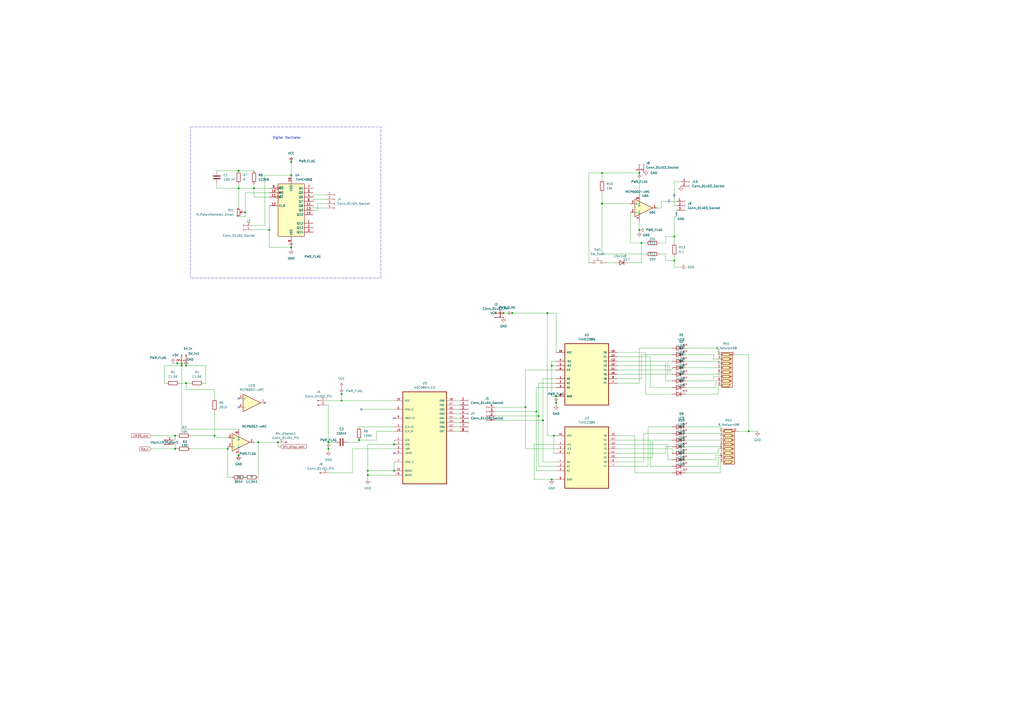
<source format=kicad_sch>
(kicad_sch (version 20231120) (generator "eeschema") (generator_version "8.0")
  (paper "A2")
  (junction (at 190.5 256.54))
  (junction (at 198.12 232.41))
  (junction (at 101.6 252.73))
  (junction (at 102.87 210.82))
  (junction (at 124.46 252.73))
  (junction (at 228.6 273.05))
  (junction (at 317.5 181.61))
  (junction (at 142.24 123.19))
  (junction (at 138.43 264.16))
  (junction (at 391.16 137.16))
  (junction (at 198.12 228.6))
  (junction (at 107.95 222.25))
  (junction (at 292.1 181.61))
  (junction (at 349.25 100.33))
  (junction (at 321.31 252.73))
  (junction (at 320.04 278.13))
  (junction (at 322.58 233.68))
  (junction (at 312.42 241.3))
  (junction (at 434.34 250.19))
  (junction (at 105.41 212.09))
  (junction (at 149.86 256.54))
  (junction (at 391.16 151.13))
  (junction (at 107.95 212.09))
  (junction (at 147.32 109.22))
  (junction (at 168.91 101.6))
  (junction (at 304.8 236.22))
  (junction (at 101.6 260.35))
  (junction (at 370.84 133.35))
  (junction (at 156.21 133.35))
  (junction (at 161.29 256.54))
  (junction (at 168.91 93.98))
  (junction (at 320.04 212.09))
  (junction (at 213.36 273.05))
  (junction (at 311.15 238.76))
  (junction (at 190.5 260.35))
  (junction (at 138.43 109.22))
  (junction (at 314.96 243.84))
  (junction (at 372.11 140.97))
  (junction (at 322.58 229.87))
  (junction (at 213.36 275.59))
  (junction (at 208.28 255.27))
  (junction (at 228.6 257.81))
  (junction (at 297.18 181.61))
  (junction (at 168.91 143.51))
  (junction (at 132.08 260.35))
  (junction (at 105.41 210.82))
  (junction (at 370.84 100.33))
  (junction (at 138.43 99.06))
  (junction (at 349.25 118.11))
  (no_connect (at 228.6 262.89))
  (no_connect (at 138.43 231.14))
  (no_connect (at 138.43 236.22))
  (no_connect (at 153.67 233.68))
  (no_connect (at 228.6 242.57))
  (no_connect (at 209.55 237.49))
  (wire (pts (xy 314.96 219.71) (xy 314.96 243.84)))
  (wire (pts (xy 375.92 270.51) (xy 375.92 247.65)))
  (wire (pts (xy 102.87 210.82) (xy 105.41 210.82)))
  (wire (pts (xy 391.16 105.41) (xy 391.16 119.38)))
  (wire (pts (xy 320.04 229.87) (xy 320.04 212.09)))
  (wire (pts (xy 372.11 152.4) (xy 372.11 140.97)))
  (wire (pts (xy 417.83 259.08) (xy 417.83 257.81)))
  (wire (pts (xy 365.76 123.19) (xy 365.76 140.97)))
  (wire (pts (xy 213.36 273.05) (xy 213.36 275.59)))
  (wire (pts (xy 147.32 256.54) (xy 149.86 256.54)))
  (wire (pts (xy 321.31 252.73) (xy 317.5 252.73)))
  (wire (pts (xy 314.96 243.84) (xy 314.96 267.97)))
  (wire (pts (xy 138.43 109.22) (xy 138.43 120.65)))
  (wire (pts (xy 370.84 133.35) (xy 370.84 134.62)))
  (wire (pts (xy 312.42 222.25) (xy 312.42 241.3)))
  (wire (pts (xy 287.02 243.84) (xy 314.96 243.84)))
  (wire (pts (xy 95.25 222.25) (xy 96.52 222.25)))
  (wire (pts (xy 100.33 210.82) (xy 102.87 210.82)))
  (wire (pts (xy 426.72 205.74) (xy 434.34 205.74)))
  (wire (pts (xy 417.83 247.65) (xy 417.83 250.19)))
  (wire (pts (xy 208.28 256.54) (xy 201.93 256.54)))
  (wire (pts (xy 189.23 115.57) (xy 181.61 115.57)))
  (wire (pts (xy 312.42 270.51) (xy 322.58 270.51)))
  (wire (pts (xy 320.04 212.09) (xy 320.04 209.55)))
  (wire (pts (xy 304.8 214.63) (xy 304.8 236.22)))
  (wire (pts (xy 351.79 152.4) (xy 356.87 152.4)))
  (wire (pts (xy 264.16 232.41) (xy 266.7 232.41)))
  (wire (pts (xy 374.65 228.6) (xy 374.65 204.47)))
  (wire (pts (xy 101.6 260.35) (xy 102.87 260.35)))
  (wire (pts (xy 358.14 265.43) (xy 378.46 265.43)))
  (wire (pts (xy 213.36 275.59) (xy 213.36 278.13)))
  (wire (pts (xy 415.29 264.16) (xy 417.83 264.16)))
  (wire (pts (xy 208.28 247.65) (xy 228.6 247.65)))
  (wire (pts (xy 386.08 209.55) (xy 386.08 220.98)))
  (wire (pts (xy 168.91 142.24) (xy 168.91 143.51)))
  (wire (pts (xy 153.67 130.81) (xy 153.67 101.6)))
  (wire (pts (xy 358.14 219.71) (xy 372.11 219.71)))
  (wire (pts (xy 309.88 257.81) (xy 309.88 278.13)))
  (wire (pts (xy 213.36 257.81) (xy 213.36 273.05)))
  (wire (pts (xy 87.63 252.73) (xy 101.6 252.73)))
  (wire (pts (xy 397.51 228.6) (xy 416.56 228.6)))
  (wire (pts (xy 218.44 250.19) (xy 218.44 255.27)))
  (wire (pts (xy 358.14 214.63) (xy 389.89 214.63)))
  (wire (pts (xy 320.04 278.13) (xy 322.58 278.13)))
  (wire (pts (xy 377.19 255.27) (xy 377.19 270.51)))
  (wire (pts (xy 416.56 217.17) (xy 416.56 215.9)))
  (wire (pts (xy 142.24 111.76) (xy 142.24 123.19)))
  (wire (pts (xy 349.25 104.14) (xy 349.25 100.33)))
  (wire (pts (xy 414.02 218.44) (xy 416.56 218.44)))
  (wire (pts (xy 387.35 266.7) (xy 389.89 266.7)))
  (wire (pts (xy 389.89 260.35) (xy 389.89 262.89)))
  (wire (pts (xy 358.14 212.09) (xy 388.62 212.09)))
  (wire (pts (xy 189.23 120.65) (xy 181.61 120.65)))
  (wire (pts (xy 304.8 236.22) (xy 287.02 236.22)))
  (wire (pts (xy 147.32 109.22) (xy 156.21 109.22)))
  (wire (pts (xy 382.27 140.97) (xy 386.08 140.97)))
  (wire (pts (xy 392.43 121.92) (xy 392.43 125.73)))
  (wire (pts (xy 228.6 232.41) (xy 198.12 232.41)))
  (wire (pts (xy 312.42 241.3) (xy 312.42 270.51)))
  (wire (pts (xy 149.86 256.54) (xy 149.86 276.86)))
  (wire (pts (xy 358.14 222.25) (xy 370.84 222.25)))
  (wire (pts (xy 110.49 260.35) (xy 132.08 260.35)))
  (wire (pts (xy 149.86 256.54) (xy 161.29 256.54)))
  (wire (pts (xy 391.16 151.13) (xy 391.16 154.94)))
  (wire (pts (xy 322.58 222.25) (xy 312.42 222.25)))
  (wire (pts (xy 416.56 260.35) (xy 417.83 260.35)))
  (wire (pts (xy 397.51 270.51) (xy 416.56 270.51)))
  (wire (pts (xy 146.05 133.35) (xy 156.21 133.35)))
  (wire (pts (xy 204.47 260.35) (xy 204.47 274.32)))
  (wire (pts (xy 320.04 209.55) (xy 322.58 209.55)))
  (wire (pts (xy 358.14 267.97) (xy 373.38 267.97)))
  (wire (pts (xy 322.58 181.61) (xy 317.5 181.61)))
  (wire (pts (xy 372.11 205.74) (xy 389.89 205.74)))
  (wire (pts (xy 391.16 119.38) (xy 392.43 119.38)))
  (wire (pts (xy 119.38 212.09) (xy 107.95 212.09)))
  (wire (pts (xy 397.51 213.36) (xy 416.56 213.36)))
  (wire (pts (xy 382.27 147.32) (xy 386.08 147.32)))
  (wire (pts (xy 218.44 255.27) (xy 208.28 255.27)))
  (wire (pts (xy 386.08 220.98) (xy 389.89 220.98)))
  (wire (pts (xy 373.38 251.46) (xy 389.89 251.46)))
  (wire (pts (xy 264.16 242.57) (xy 266.7 242.57)))
  (wire (pts (xy 322.58 234.95) (xy 322.58 233.68)))
  (wire (pts (xy 105.41 248.92) (xy 138.43 248.92)))
  (wire (pts (xy 322.58 252.73) (xy 321.31 252.73)))
  (wire (pts (xy 349.25 111.76) (xy 349.25 118.11)))
  (wire (pts (xy 434.34 250.19) (xy 439.42 250.19)))
  (wire (pts (xy 416.56 201.93) (xy 416.56 205.74)))
  (wire (pts (xy 378.46 255.27) (xy 389.89 255.27)))
  (wire (pts (xy 153.67 101.6) (xy 168.91 101.6)))
  (wire (pts (xy 147.32 114.3) (xy 156.21 114.3)))
  (wire (pts (xy 391.16 105.41) (xy 394.97 105.41)))
  (wire (pts (xy 142.24 123.19) (xy 142.24 125.73)))
  (wire (pts (xy 377.19 207.01) (xy 377.19 224.79)))
  (wire (pts (xy 138.43 109.22) (xy 147.32 109.22)))
  (wire (pts (xy 414.02 220.98) (xy 414.02 218.44)))
  (wire (pts (xy 417.83 264.16) (xy 417.83 262.89)))
  (wire (pts (xy 105.41 210.82) (xy 105.41 212.09)))
  (wire (pts (xy 189.23 118.11) (xy 184.15 118.11)))
  (wire (pts (xy 100.33 257.81) (xy 101.6 257.81)))
  (wire (pts (xy 95.25 212.09) (xy 95.25 222.25)))
  (wire (pts (xy 309.88 278.13) (xy 320.04 278.13)))
  (wire (pts (xy 349.25 100.33) (xy 370.84 100.33)))
  (wire (pts (xy 264.16 250.19) (xy 266.7 250.19)))
  (wire (pts (xy 386.08 147.32) (xy 386.08 151.13)))
  (wire (pts (xy 125.73 109.22) (xy 138.43 109.22)))
  (wire (pts (xy 321.31 252.73) (xy 321.31 262.89)))
  (wire (pts (xy 156.21 143.51) (xy 168.91 143.51)))
  (wire (pts (xy 287.02 241.3) (xy 312.42 241.3)))
  (wire (pts (xy 156.21 119.38) (xy 156.21 133.35)))
  (wire (pts (xy 358.14 252.73) (xy 368.3 252.73)))
  (wire (pts (xy 194.31 256.54) (xy 190.5 256.54)))
  (wire (pts (xy 213.36 273.05) (xy 228.6 273.05)))
  (wire (pts (xy 132.08 260.35) (xy 132.08 276.86)))
  (wire (pts (xy 314.96 267.97) (xy 322.58 267.97)))
  (wire (pts (xy 387.35 257.81) (xy 387.35 266.7)))
  (wire (pts (xy 161.29 259.08) (xy 162.56 259.08)))
  (wire (pts (xy 168.91 143.51) (xy 168.91 144.78)))
  (wire (pts (xy 322.58 257.81) (xy 309.88 257.81)))
  (wire (pts (xy 161.29 259.08) (xy 161.29 256.54)))
  (wire (pts (xy 397.51 205.74) (xy 414.02 205.74)))
  (wire (pts (xy 364.49 152.4) (xy 372.11 152.4)))
  (wire (pts (xy 370.84 201.93) (xy 389.89 201.93)))
  (wire (pts (xy 124.46 231.14) (xy 124.46 226.06)))
  (wire (pts (xy 372.11 140.97) (xy 374.65 140.97)))
  (wire (pts (xy 140.97 123.19) (xy 142.24 123.19)))
  (wire (pts (xy 181.61 115.57) (xy 181.61 116.84)))
  (wire (pts (xy 416.56 228.6) (xy 416.56 223.52)))
  (wire (pts (xy 209.55 237.49) (xy 228.6 237.49)))
  (wire (pts (xy 372.11 219.71) (xy 372.11 205.74)))
  (wire (pts (xy 138.43 99.06) (xy 147.32 99.06)))
  (wire (pts (xy 125.73 99.06) (xy 138.43 99.06)))
  (wire (pts (xy 388.62 217.17) (xy 389.89 217.17)))
  (wire (pts (xy 190.5 256.54) (xy 190.5 260.35)))
  (wire (pts (xy 124.46 238.76) (xy 124.46 252.73)))
  (wire (pts (xy 156.21 133.35) (xy 156.21 143.51)))
  (wire (pts (xy 358.14 260.35) (xy 389.89 260.35)))
  (wire (pts (xy 416.56 209.55) (xy 416.56 210.82)))
  (wire (pts (xy 119.38 212.09) (xy 119.38 222.25)))
  (wire (pts (xy 391.16 125.73) (xy 391.16 137.16)))
  (wire (pts (xy 397.51 224.79) (xy 415.29 224.79)))
  (wire (pts (xy 189.23 234.95) (xy 190.5 234.95)))
  (wire (pts (xy 184.15 118.11) (xy 184.15 121.92)))
  (wire (pts (xy 358.14 209.55) (xy 386.08 209.55)))
  (wire (pts (xy 228.6 250.19) (xy 218.44 250.19)))
  (wire (pts (xy 341.63 100.33) (xy 349.25 100.33)))
  (wire (pts (xy 138.43 125.73) (xy 142.24 125.73)))
  (wire (pts (xy 146.05 130.81) (xy 153.67 130.81)))
  (wire (pts (xy 389.89 214.63) (xy 389.89 213.36)))
  (wire (pts (xy 370.84 128.27) (xy 370.84 133.35)))
  (wire (pts (xy 264.16 240.03) (xy 266.7 240.03)))
  (wire (pts (xy 264.16 247.65) (xy 266.7 247.65)))
  (wire (pts (xy 349.25 147.32) (xy 374.65 147.32)))
  (wire (pts (xy 377.19 224.79) (xy 389.89 224.79)))
  (wire (pts (xy 373.38 267.97) (xy 373.38 251.46)))
  (wire (pts (xy 383.54 116.84) (xy 392.43 116.84)))
  (wire (pts (xy 264.16 237.49) (xy 266.7 237.49)))
  (wire (pts (xy 181.61 113.03) (xy 181.61 114.3)))
  (wire (pts (xy 321.31 262.89) (xy 322.58 262.89)))
  (wire (pts (xy 370.84 100.33) (xy 370.84 113.03)))
  (wire (pts (xy 368.3 274.32) (xy 389.89 274.32)))
  (wire (pts (xy 397.51 255.27) (xy 417.83 255.27)))
  (wire (pts (xy 358.14 255.27) (xy 377.19 255.27)))
  (wire (pts (xy 297.18 181.61) (xy 317.5 181.61)))
  (wire (pts (xy 368.3 252.73) (xy 368.3 274.32)))
  (wire (pts (xy 208.28 255.27) (xy 208.28 256.54)))
  (wire (pts (xy 415.29 220.98) (xy 416.56 220.98)))
  (wire (pts (xy 104.14 222.25) (xy 107.95 222.25)))
  (wire (pts (xy 386.08 262.89) (xy 386.08 259.08)))
  (wire (pts (xy 397.51 259.08) (xy 417.83 259.08)))
  (wire (pts (xy 147.32 109.22) (xy 147.32 114.3)))
  (wire (pts (xy 381 120.65) (xy 383.54 120.65)))
  (wire (pts (xy 358.14 257.81) (xy 387.35 257.81)))
  (wire (pts (xy 95.25 212.09) (xy 105.41 212.09)))
  (wire (pts (xy 377.19 270.51) (xy 389.89 270.51)))
  (wire (pts (xy 190.5 260.35) (xy 190.5 261.62)))
  (wire (pts (xy 287.02 238.76) (xy 311.15 238.76)))
  (wire (pts (xy 132.08 276.86) (xy 134.62 276.86)))
  (wire (pts (xy 397.51 262.89) (xy 416.56 262.89)))
  (wire (pts (xy 320.04 229.87) (xy 322.58 229.87)))
  (wire (pts (xy 341.63 152.4) (xy 341.63 100.33)))
  (wire (pts (xy 349.25 118.11) (xy 365.76 118.11)))
  (wire (pts (xy 213.36 275.59) (xy 228.6 275.59)))
  (wire (pts (xy 311.15 238.76) (xy 311.15 273.05)))
  (wire (pts (xy 365.76 140.97) (xy 372.11 140.97)))
  (wire (pts (xy 190.5 234.95) (xy 190.5 256.54)))
  (wire (pts (xy 107.95 226.06) (xy 124.46 226.06)))
  (wire (pts (xy 378.46 265.43) (xy 378.46 255.27)))
  (wire (pts (xy 416.56 270.51) (xy 416.56 265.43)))
  (wire (pts (xy 105.41 212.09) (xy 105.41 248.92)))
  (wire (pts (xy 358.14 270.51) (xy 375.92 270.51)))
  (wire (pts (xy 358.14 207.01) (xy 377.19 207.01)))
  (wire (pts (xy 386.08 140.97) (xy 386.08 137.16)))
  (wire (pts (xy 228.6 255.27) (xy 228.6 257.81)))
  (wire (pts (xy 124.46 252.73) (xy 124.46 254)))
  (wire (pts (xy 389.89 228.6) (xy 374.65 228.6)))
  (wire (pts (xy 101.6 255.27) (xy 101.6 252.73)))
  (wire (pts (xy 392.43 125.73) (xy 391.16 125.73)))
  (wire (pts (xy 397.51 251.46) (xy 417.83 251.46)))
  (wire (pts (xy 397.51 274.32) (xy 417.83 274.32)))
  (wire (pts (xy 138.43 106.68) (xy 138.43 109.22)))
  (wire (pts (xy 387.35 209.55) (xy 389.89 209.55)))
  (wire (pts (xy 391.16 154.94) (xy 394.97 154.94)))
  (wire (pts (xy 391.16 148.59) (xy 391.16 151.13)))
  (wire (pts (xy 397.51 266.7) (xy 415.29 266.7)))
  (wire (pts (xy 414.02 208.28) (xy 416.56 208.28)))
  (wire (pts (xy 322.58 219.71) (xy 314.96 219.71)))
  (wire (pts (xy 132.08 259.08) (xy 132.08 260.35)))
  (wire (pts (xy 181.61 120.65) (xy 181.61 119.38)))
  (wire (pts (xy 397.51 209.55) (xy 416.56 209.55)))
  (wire (pts (xy 416.56 265.43) (xy 417.83 265.43)))
  (wire (pts (xy 397.51 217.17) (xy 416.56 217.17)))
  (wire (pts (xy 304.8 260.35) (xy 322.58 260.35)))
  (wire (pts (xy 386.08 137.16) (xy 391.16 137.16)))
  (wire (pts (xy 374.65 204.47) (xy 358.14 204.47)))
  (wire (pts (xy 184.15 121.92) (xy 181.61 121.92)))
  (wire (pts (xy 349.25 118.11) (xy 349.25 147.32)))
  (wire (pts (xy 264.16 234.95) (xy 266.7 234.95)))
  (wire (pts (xy 375.92 247.65) (xy 389.89 247.65)))
  (wire (pts (xy 189.23 232.41) (xy 198.12 232.41)))
  (wire (pts (xy 101.6 252.73) (xy 102.87 252.73)))
  (wire (pts (xy 322.58 224.79) (xy 311.15 224.79)))
  (wire (pts (xy 386.08 151.13) (xy 391.16 151.13)))
  (wire (pts (xy 391.16 137.16) (xy 391.16 140.97)))
  (wire (pts (xy 415.29 224.79) (xy 415.29 220.98)))
  (wire (pts (xy 147.32 106.68) (xy 147.32 109.22)))
  (wire (pts (xy 416.56 262.89) (xy 416.56 260.35)))
  (wire (pts (xy 119.38 222.25) (xy 118.11 222.25)))
  (wire (pts (xy 142.24 111.76) (xy 156.21 111.76)))
  (wire (pts (xy 264.16 245.11) (xy 266.7 245.11)))
  (wire (pts (xy 228.6 260.35) (xy 204.47 260.35)))
  (wire (pts (xy 124.46 254) (xy 132.08 254)))
  (wire (pts (xy 415.29 266.7) (xy 415.29 264.16)))
  (wire (pts (xy 434.34 250.19) (xy 427.99 250.19)))
  (wire (pts (xy 414.02 205.74) (xy 414.02 208.28)))
  (wire (pts (xy 107.95 222.25) (xy 107.95 226.06)))
  (wire (pts (xy 304.8 236.22) (xy 304.8 260.35)))
  (wire (pts (xy 317.5 252.73) (xy 317.5 181.61)))
  (wire (pts (xy 168.91 93.98) (xy 168.91 101.6)))
  (wire (pts (xy 322.58 204.47) (xy 322.58 181.61)))
  (wire (pts (xy 358.14 217.17) (xy 387.35 217.17)))
  (wire (pts (xy 417.83 274.32) (xy 417.83 267.97)))
  (wire (pts (xy 87.63 260.35) (xy 101.6 260.35)))
  (wire (pts (xy 311.15 224.79) (xy 311.15 238.76)))
  (wire (pts (xy 198.12 232.41) (xy 198.12 228.6)))
  (wire (pts (xy 417.83 251.46) (xy 417.83 252.73)))
  (wire (pts (xy 101.6 257.81) (xy 101.6 260.35)))
  (wire (pts (xy 386.08 259.08) (xy 389.89 259.08)))
  (wire (pts (xy 100.33 255.27) (xy 101.6 255.27)))
  (wire (pts (xy 383.54 120.65) (xy 383.54 116.84)))
  (wire (pts (xy 370.84 222.25) (xy 370.84 201.93)))
  (wire (pts (xy 228.6 267.97) (xy 228.6 273.05)))
  (wire (pts (xy 189.23 113.03) (xy 181.61 113.03)))
  (wire (pts (xy 107.95 222.25) (xy 110.49 222.25)))
  (wire (pts (xy 110.49 252.73) (xy 124.46 252.73)))
  (wire (pts (xy 322.58 214.63) (xy 304.8 214.63)))
  (wire (pts (xy 125.73 106.68) (xy 125.73 109.22)))
  (wire (pts (xy 228.6 257.81) (xy 213.36 257.81)))
  (wire (pts (xy 434.34 205.74) (xy 434.34 250.19)))
  (wire (pts (xy 387.35 217.17) (xy 387.35 209.55)))
  (wire (pts (xy 311.15 273.05) (xy 322.58 273.05)))
  (wire (pts (xy 358.14 262.89) (xy 386.08 262.89)))
  (wire (pts (xy 107.95 210.82) (xy 107.95 212.09)))
  (wire (pts (xy 198.12 228.6) (xy 198.12 224.79)))
  (wire (pts (xy 397.51 220.98) (xy 414.02 220.98)))
  (wire (pts (xy 292.1 181.61) (xy 297.18 181.61)))
  (wire (pts (xy 204.47 274.32) (xy 190.5 274.32)))
  (wire (pts (xy 397.51 247.65) (xy 417.83 247.65)))
  (wire (pts (xy 322.58 233.68) (xy 322.58 229.87)))
  (wire (pts (xy 388.62 212.09) (xy 388.62 217.17)))
  (wire (pts (xy 320.04 212.09) (xy 322.58 212.09)))
  (wire (pts (xy 397.51 201.93) (xy 416.56 201.93)))
  (rectangle (start 110.49 73.66) (end 220.98 161.29) (stroke (width 0) (type dash)))
  (text "Digital Oscillator" (at 166.37 80.01 0) (effects (font (size 1.27 1.27))))
  (text "G\n" (at 388.112 116.84 0) (effects (font (size 1.27 1.27))))
  (text "S" (at 392.43 124.46 0) (effects (font (size 1.27 1.27))))
  (text "D" (at 391.16 113.538 0) (effects (font (size 1.27 1.27))))
  (global_label "Sp_v" (shape input) (at 87.63 260.35 180) (property "Intersheetrefs" "${INTERSHEET_REFS}" (effects (hide yes))))
  (global_label "Afv_displ_adc" (shape input) (at 162.56 259.08 0) (property "Intersheetrefs" "${INTERSHEET_REFS}" (effects (hide yes))))
  (global_label "LM35_out" (shape input) (at 87.63 252.73 180) (property "Intersheetrefs" "${INTERSHEET_REFS}" (effects (hide yes))))
  (symbol (lib_id "74HC238N:74HC238N") (at 340.36 214.63 0) (unit 1)
    (property "Reference" "U2" (at 340.36 194.31 0))
    (property "Value" "74HC238N" (at 340.36 196.85 0))
    (property "Footprint" "74HC238N:DIP254P762X420-16" (effects (hide yes)))
    (property "MF" "Texas Instruments" (effects (hide yes)))
    (property "Description_1" "\nDecoder/Demultiplexer 1 x 3:8 16-DIP\n" (effects (hide yes)))
    (property "PACKAGE" "DIP-16" (effects (hide yes)))
    (property "MPN" "74HC238N" (effects (hide yes)))
    (property "Price" "None" (effects (hide yes)))
    (property "Package" "SOP-16 Texas Instruments" (effects (hide yes)))
    (property "OC_FARNELL" "380684" (effects (hide yes)))
    (property "SnapEDA_Link" "https://www.snapeda.com/parts/74HC238N/Texas+Instruments/view-part/?ref=snap" (effects (hide yes)))
    (property "MP" "74HC238N" (effects (hide yes)))
    (property "Purchase-URL" "https://www.snapeda.com/api/url_track_click_mouser/?unipart_id=233479&manufacturer=Texas Instruments&part_name=74HC238N&search_term=None" (effects (hide yes)))
    (property "SUPPLIER" "NXP" (effects (hide yes)))
    (property "OC_NEWARK" "07WX3700" (effects (hide yes)))
    (property "Availability" "Not in stock" (effects (hide yes)))
    (property "Check_prices" "https://www.snapeda.com/parts/74HC238N/Texas+Instruments/view-part/?ref=eda" (effects (hide yes)))
  )
  (symbol (lib_id "Connector:Conn_01x02_Socket") (at 400.05 105.41 0) (unit 1)
    (property "Reference" "J10" (at 401.32 105.4099 0) (effects (justify left)))
    (property "Value" "Conn_01x02_Socket" (at 401.32 107.9499 0) (effects (justify left)))
    (property "Footprint" "Connector:JWT_A3963_1x02_P3.96mm_Vertical" (effects (hide yes)))
    (property "Description" "Generic connector, single row, 01x02, script generated" (effects (hide yes)))
  )
  (symbol (lib_id "power:PWR_FLAG") (at 297.18 181.61 90) (unit 1)
    (property "Reference" "#FLG03" (effects (hide yes)))
    (property "Value" "PWR_FLAG" (at 298.958 178.308 90) (effects (justify left)))
    (property "Description" "Special symbol for telling ERC where power comes from" (effects (hide yes)))
  )
  (symbol (lib_id "power:PWR_FLAG") (at 370.84 133.35 270) (unit 1)
    (property "Reference" "#FLG010" (effects (hide yes)))
    (property "Value" "PWR_FLAG" (at 374.65 133.3499 90) (effects (justify left)))
    (property "Description" "Special symbol for telling ERC where power comes from" (effects (hide yes)))
  )
  (symbol (lib_id "Device:R") (at 378.46 140.97 90) (unit 1)
    (property "Reference" "R11" (at 378.46 140.97 90))
    (property "Value" "20k" (at 378.46 138.684 90))
    (property "Footprint" "Resistor_THT:R_Axial_DIN0207_L6.3mm_D2.5mm_P10.16mm_Horizontal" (effects (hide yes)))
    (property "Description" "Resistor" (effects (hide yes)))
  )
  (symbol (lib_id "Connector:Conn_01x04_Socket") (at 281.94 241.3 180) (unit 1)
    (property "Reference" "J1" (at 282.575 231.14 0))
    (property "Value" "Conn_01x04_Socket" (at 282.575 233.68 0))
    (property "Footprint" "Connector:FanPinHeader_1x04_P2.54mm_Vertical" (effects (hide yes)))
    (property "Description" "Generic connector, single row, 01x04, script generated" (effects (hide yes)))
  )
  (symbol (lib_id "Connector:Conn_01x02_Socket") (at 370.84 95.25 90) (unit 1)
    (property "Reference" "J8" (at 374.65 94.6149 90) (effects (justify right)))
    (property "Value" "Conn_01x02_Socket" (at 374.65 97.1549 90) (effects (justify right)))
    (property "Footprint" "Connector:JWT_A3963_1x02_P3.96mm_Vertical" (effects (hide yes)))
    (property "Description" "Generic connector, single row, 01x02, script generated" (effects (hide yes)))
  )
  (symbol (lib_id "Amplifier_Operational:MCP6002-xMC") (at 140.97 256.54 0) (unit 3)
    (property "Reference" "U1" (effects (hide yes)))
    (property "Value" "MCP6002-xMC" (effects (hide yes)))
    (property "Footprint" "Package_DIP:DIP-8_W7.62mm_Socket" (effects (hide yes)))
    (property "Datasheet" "http://ww1.microchip.com/downloads/en/DeviceDoc/21733j.pdf" (effects (hide yes)))
    (property "Description" "1MHz, Low-Power Op Amp, DFN-8" (effects (hide yes)))
  )
  (symbol (lib_id "Device:C") (at 198.12 256.54 90) (unit 1)
    (property "Reference" "C2" (at 198.12 248.92 90))
    (property "Value" "150nF" (at 198.12 251.46 90))
    (property "Footprint" "Capacitor_THT:C_Disc_D7.0mm_W2.5mm_P5.00mm" (effects (hide yes)))
    (property "Description" "Unpolarized capacitor" (effects (hide yes)))
  )
  (symbol (lib_id "Connector:Conn_01x02_Pin") (at 184.15 232.41 0) (unit 1)
    (property "Reference" "J5" (at 184.785 227.33 0))
    (property "Value" "Conn_01x02_Pin" (at 184.785 229.87 0))
    (property "Footprint" "Connector:JWT_A3963_1x02_P3.96mm_Vertical" (effects (hide yes)))
    (property "Description" "Generic connector, single row, 01x02, script generated" (effects (hide yes)))
  )
  (symbol (lib_id "power:GND") (at 394.97 107.95 0) (unit 1)
    (property "Reference" "#PWR016" (effects (hide yes)))
    (property "Value" "GND" (at 394.97 127 0))
    (property "Description" "Power symbol creates a global label with name \"GND\" , ground" (effects (hide yes)))
  )
  (symbol (lib_id "power:GND") (at 213.36 278.13 0) (unit 1)
    (property "Reference" "#PWR013" (effects (hide yes)))
    (property "Value" "GND" (at 213.36 283.21 0))
    (property "Description" "Power symbol creates a global label with name \"GND\" , ground" (effects (hide yes)))
  )
  (symbol (lib_id "Connector:Conn_01x01_Pin") (at 166.37 256.54 180) (unit 1)
    (property "Reference" "Afv_display1" (at 165.735 251.46 0))
    (property "Value" "Conn_01x01_Pin" (at 165.735 254 0))
    (property "Footprint" "Connector_PinHeader_1.00mm:PinHeader_1x01_P1.00mm_Vertical" (effects (hide yes)))
    (property "Description" "Generic connector, single row, 01x01, script generated" (effects (hide yes)))
  )
  (symbol (lib_id "Device:R") (at 106.68 260.35 90) (unit 1)
    (property "Reference" "R3" (at 107.188 256.286 90))
    (property "Value" "10K" (at 107.188 258.318 90))
    (property "Footprint" "Resistor_THT:R_Axial_DIN0204_L3.6mm_D1.6mm_P7.62mm_Horizontal" (effects (hide yes)))
    (property "Description" "Resistor" (effects (hide yes)))
  )
  (symbol (lib_id "power:GND") (at 439.42 250.19 0) (unit 1)
    (property "Reference" "#PWR08" (effects (hide yes)))
    (property "Value" "GND" (at 439.42 255.27 0))
    (property "Description" "Power symbol creates a global label with name \"GND\" , ground" (effects (hide yes)))
  )
  (symbol (lib_id "power:PWR_FLAG") (at 168.91 143.51 0) (unit 1)
    (property "Reference" "#FLG06" (effects (hide yes)))
    (property "Value" "PWR_FLAG" (at 181.356 148.844 0))
    (property "Description" "Special symbol for telling ERC where power comes from" (effects (hide yes)))
  )
  (symbol (lib_id "Connector:Conn_01x08_Socket") (at 271.78 240.03 0) (unit 1)
    (property "Reference" "J7" (at 273.05 240.0299 0) (effects (justify left)))
    (property "Value" "Conn_01x08_Socket" (at 273.05 242.5699 0) (effects (justify left)))
    (property "Footprint" "Connector_JST:JST_EH_B8B-EH-A_1x08_P2.50mm_Vertical" (effects (hide yes)))
    (property "Description" "Generic connector, single row, 01x08, script generated" (effects (hide yes)))
  )
  (symbol (lib_id "Device:LED") (at 393.7 247.65 180) (unit 1)
    (property "Reference" "D9" (at 395.2875 240.03 0))
    (property "Value" "LED" (at 395.2875 242.57 0))
    (property "Footprint" "LED_THT:LED_D1.8mm_W1.8mm_H2.4mm_Horizontal_O1.27mm_Z8.2mm" (effects (hide yes)))
    (property "Description" "Light emitting diode" (effects (hide yes)))
  )
  (symbol (lib_id "Switch:SW_Push") (at 346.71 152.4 0) (unit 1)
    (property "Reference" "SW1" (at 346.71 144.78 0))
    (property "Value" "SW_Push" (at 346.71 147.32 0))
    (property "Footprint" "Button_Switch_THT:KSA_Tactile_SPST" (effects (hide yes)))
    (property "Description" "Push button switch, generic, two pins" (effects (hide yes)))
  )
  (symbol (lib_id "power:VCC") (at 168.91 93.98 0) (unit 1)
    (property "Reference" "#PWR09" (effects (hide yes)))
    (property "Value" "VCC" (at 168.91 88.9 0))
    (property "Description" "Power symbol creates a global label with name \"VCC\"" (effects (hide yes)))
  )
  (symbol (lib_id "Connector:Conn_01x02_Pin") (at 107.95 205.74 270) (unit 1)
    (property "Reference" "5V_in1" (at 109.22 205.1049 90) (effects (justify left)))
    (property "Value" "5V_in" (at 106.426 202.184 90) (effects (justify left)))
    (property "Footprint" "Connector:JWT_A3963_1x02_P3.96mm_Vertical" (effects (hide yes)))
    (property "Description" "Generic connector, single row, 01x02, script generated" (effects (hide yes)))
  )
  (symbol (lib_id "power:+5V") (at 102.87 210.82 0) (unit 1)
    (property "Reference" "#PWR01" (effects (hide yes)))
    (property "Value" "+5V" (at 101.6 205.994 0))
    (property "Description" "Power symbol creates a global label with name \"+5V\"" (effects (hide yes)))
  )
  (symbol (lib_id "Device:R") (at 138.43 276.86 90) (unit 1)
    (property "Reference" "R6" (at 138.684 276.86 90))
    (property "Value" "301K" (at 138.43 279.4 90))
    (property "Footprint" "Resistor_THT:R_Axial_DIN0204_L3.6mm_D1.6mm_P7.62mm_Horizontal" (effects (hide yes)))
    (property "Description" "Resistor" (effects (hide yes)))
  )
  (symbol (lib_id "Device:LED") (at 393.7 266.7 180) (unit 1)
    (property "Reference" "D14" (at 395.2875 259.08 0))
    (property "Value" "LED" (at 395.2875 261.62 0))
    (property "Footprint" "LED_THT:LED_D1.8mm_W1.8mm_H2.4mm_Horizontal_O1.27mm_Z8.2mm" (effects (hide yes)))
    (property "Description" "Light emitting diode" (effects (hide yes)))
  )
  (symbol (lib_id "Device:LED") (at 393.7 270.51 180) (unit 1)
    (property "Reference" "D15" (at 395.2875 262.89 0))
    (property "Value" "LED" (at 395.2875 265.43 0))
    (property "Footprint" "LED_THT:LED_D1.8mm_W1.8mm_H2.4mm_Horizontal_O1.27mm_Z8.2mm" (effects (hide yes)))
    (property "Description" "Light emitting diode" (effects (hide yes)))
  )
  (symbol (lib_id "Device:R") (at 146.05 276.86 90) (unit 1)
    (property "Reference" "11.5K1" (at 146.05 279.4 90))
    (property "Value" "R" (at 146.05 276.606 90))
    (property "Footprint" "Resistor_THT:R_Axial_DIN0204_L3.6mm_D1.6mm_P7.62mm_Horizontal" (effects (hide yes)))
    (property "Description" "Resistor" (effects (hide yes)))
  )
  (symbol (lib_id "Amplifier_Operational:MCP6002-xMC") (at 373.38 120.65 0) (unit 3)
    (property "Reference" "U6" (at 376.428 123.19 0) (effects (justify left)))
    (property "Value" "MCP6002-xMC" (at 362.712 111.252 0) (effects (justify left)))
    (property "Footprint" "Package_DIP:DIP-8_W7.62mm" (effects (hide yes)))
    (property "Datasheet" "http://ww1.microchip.com/downloads/en/DeviceDoc/21733j.pdf" (effects (hide yes)))
    (property "Description" "1MHz, Low-Power Op Amp, DFN-8" (effects (hide yes)))
  )
  (symbol (lib_id "power:GND") (at 168.91 144.78 0) (unit 1)
    (property "Reference" "#PWR010" (effects (hide yes)))
    (property "Value" "GND" (at 168.91 149.86 0))
    (property "Description" "Power symbol creates a global label with name \"GND\" , ground" (effects (hide yes)))
  )
  (symbol (lib_id "Device:R") (at 106.68 252.73 90) (unit 1)
    (property "Reference" "R2" (at 106.934 247.904 90))
    (property "Value" "10K" (at 106.934 250.444 90))
    (property "Footprint" "Resistor_THT:R_Axial_DIN0204_L3.6mm_D1.6mm_P7.62mm_Horizontal" (effects (hide yes)))
    (property "Description" "Resistor" (effects (hide yes)))
  )
  (symbol (lib_id "Device:LED") (at 393.7 209.55 180) (unit 1)
    (property "Reference" "D3" (at 395.2875 201.93 0))
    (property "Value" "LED" (at 395.2875 204.47 0))
    (property "Footprint" "LED_THT:LED_D1.8mm_W1.8mm_H2.4mm_Horizontal_O1.27mm_Z8.2mm" (effects (hide yes)))
    (property "Description" "Light emitting diode" (effects (hide yes)))
  )
  (symbol (lib_id "Device:R_Network08") (at 422.91 260.35 270) (unit 1)
    (property "Reference" "RN2" (at 422.656 243.84 90))
    (property "Value" "R_Network08" (at 422.656 246.38 90))
    (property "Footprint" "Resistor_THT:R_Array_SIP9" (effects (hide yes)))
    (property "Datasheet" "http://www.vishay.com/docs/31509/csc.pdf" (effects (hide yes)))
    (property "Description" "8 resistor network, star topology, bussed resistors, small symbol" (effects (hide yes)))
  )
  (symbol (lib_id "Device:C") (at 125.73 102.87 0) (unit 1)
    (property "Reference" "C1" (at 129.54 101.5999 0) (effects (justify left)))
    (property "Value" "100 nF" (at 129.54 104.1399 0) (effects (justify left)))
    (property "Footprint" "Capacitor_THT:C_Disc_D7.0mm_W2.5mm_P5.00mm" (effects (hide yes)))
    (property "Description" "Unpolarized capacitor" (effects (hide yes)))
  )
  (symbol (lib_id "Device:LED") (at 393.7 255.27 180) (unit 1)
    (property "Reference" "D11" (at 395.2875 247.65 0))
    (property "Value" "LED" (at 395.2875 250.19 0))
    (property "Footprint" "LED_THT:LED_D1.8mm_W1.8mm_H2.4mm_Horizontal_O1.27mm_Z8.2mm" (effects (hide yes)))
    (property "Description" "Light emitting diode" (effects (hide yes)))
  )
  (symbol (lib_id "power:GND") (at 373.38 100.33 90) (unit 1)
    (property "Reference" "#PWR015" (effects (hide yes)))
    (property "Value" "GND" (at 377.19 100.3299 90) (effects (justify right)))
    (property "Description" "Power symbol creates a global label with name \"GND\" , ground" (effects (hide yes)))
  )
  (symbol (lib_id "Device:LED") (at 393.7 224.79 180) (unit 1)
    (property "Reference" "D7" (at 395.2875 217.17 0))
    (property "Value" "LED" (at 395.2875 219.71 0))
    (property "Footprint" "LED_THT:LED_D1.8mm_W1.8mm_H2.4mm_Horizontal_O1.27mm_Z8.2mm" (effects (hide yes)))
    (property "Description" "Light emitting diode" (effects (hide yes)))
  )
  (symbol (lib_id "Connector:Conn_01x04_Socket") (at 194.31 115.57 0) (unit 1)
    (property "Reference" "J4" (at 195.58 115.5699 0) (effects (justify left)))
    (property "Value" "Conn_01x04_Socket" (at 195.58 118.1099 0) (effects (justify left)))
    (property "Footprint" "Connector:FanPinHeader_1x04_P2.54mm_Vertical" (effects (hide yes)))
    (property "Description" "Generic connector, single row, 01x04, script generated" (effects (hide yes)))
  )
  (symbol (lib_id "Device:R") (at 391.16 144.78 0) (unit 1)
    (property "Reference" "R13" (at 393.7 143.5099 0) (effects (justify left)))
    (property "Value" "0.1" (at 393.7 146.0499 0) (effects (justify left)))
    (property "Footprint" "Resistor_THT:R_Axial_DIN0207_L6.3mm_D2.5mm_P15.24mm_Horizontal" (effects (hide yes)))
    (property "Description" "Resistor" (effects (hide yes)))
  )
  (symbol (lib_id "Device:R") (at 124.46 234.95 0) (unit 1)
    (property "Reference" "R5" (at 127 233.6799 0) (effects (justify left)))
    (property "Value" "301K" (at 127 236.2199 0) (effects (justify left)))
    (property "Footprint" "Resistor_THT:R_Axial_DIN0204_L3.6mm_D1.6mm_P7.62mm_Horizontal" (effects (hide yes)))
    (property "Description" "Resistor" (effects (hide yes)))
  )
  (symbol (lib_id "power:GND") (at 190.5 261.62 0) (unit 1)
    (property "Reference" "#PWR011" (effects (hide yes)))
    (property "Value" "GND" (at 190.5 266.7 0))
    (property "Description" "Power symbol creates a global label with name \"GND\" , ground" (effects (hide yes)))
  )
  (symbol (lib_id "Device:R") (at 349.25 107.95 0) (unit 1)
    (property "Reference" "R10" (at 351.79 106.6799 0) (effects (justify left)))
    (property "Value" "15k" (at 351.79 109.2199 0) (effects (justify left)))
    (property "Footprint" "Resistor_THT:R_Axial_DIN0207_L6.3mm_D2.5mm_P10.16mm_Horizontal" (effects (hide yes)))
    (property "Description" "Resistor" (effects (hide yes)))
  )
  (symbol (lib_id "Connector:Conn_01x02_Pin") (at 95.25 255.27 0) (unit 1)
    (property "Reference" "Input_LM35_Spv1" (at 95.25 256.54 0))
    (property "Value" "Conn_01x02_Pin" (effects (hide yes)))
    (property "Footprint" "Connector:JWT_A3963_1x02_P3.96mm_Vertical" (effects (hide yes)))
    (property "Description" "Generic connector, single row, 01x02, script generated" (effects (hide yes)))
  )
  (symbol (lib_id "Diode:1N4148") (at 360.68 152.4 180) (unit 1)
    (property "Reference" "D17" (at 363.474 150.622 0))
    (property "Value" "1N4148" (at 359.664 148.59 0))
    (property "Footprint" "Diode_THT:D_DO-35_SOD27_P7.62mm_Horizontal" (effects (hide yes)))
    (property "Datasheet" "https://assets.nexperia.com/documents/data-sheet/1N4148_1N4448.pdf" (effects (hide yes)))
    (property "Description" "100V 0.15A standard switching diode, DO-35" (effects (hide yes)))
    (property "Sim.Device" "D" (effects (hide yes)))
    (property "Sim.Pins" "1=K 2=A" (effects (hide yes)))
  )
  (symbol (lib_id "Device:LED") (at 393.7 251.46 180) (unit 1)
    (property "Reference" "D10" (at 395.2875 243.84 0))
    (property "Value" "LED" (at 395.2875 246.38 0))
    (property "Footprint" "LED_THT:LED_D1.8mm_W1.8mm_H2.4mm_Horizontal_O1.27mm_Z8.2mm" (effects (hide yes)))
    (property "Description" "Light emitting diode" (effects (hide yes)))
  )
  (symbol (lib_id "Connector:Conn_01x03_Socket") (at 397.51 119.38 0) (unit 1)
    (property "Reference" "J9" (at 398.78 118.1099 0) (effects (justify left)))
    (property "Value" "Conn_01x03_Socket" (at 398.78 120.6499 0) (effects (justify left)))
    (property "Footprint" "Connector:FanPinHeader_1x03_P2.54mm_Vertical" (effects (hide yes)))
    (property "Description" "Generic connector, single row, 01x03, script generated" (effects (hide yes)))
  )
  (symbol (lib_id "power:PWR_FLAG") (at 138.43 264.16 180) (unit 1)
    (property "Reference" "#FLG02" (effects (hide yes)))
    (property "Value" "PWR_FLAG" (at 143.764 263.144 0))
    (property "Description" "Special symbol for telling ERC where power comes from" (effects (hide yes)))
  )
  (symbol (lib_id "Device:LED") (at 393.7 217.17 180) (unit 1)
    (property "Reference" "D5" (at 395.2875 209.55 0))
    (property "Value" "LED" (at 395.2875 212.09 0))
    (property "Footprint" "LED_THT:LED_D1.8mm_W1.8mm_H2.4mm_Horizontal_O1.27mm_Z8.2mm" (effects (hide yes)))
    (property "Description" "Light emitting diode" (effects (hide yes)))
  )
  (symbol (lib_id "Device:R") (at 114.3 222.25 90) (unit 1)
    (property "Reference" "R4" (at 114.3 215.9 90))
    (property "Value" "11.5K" (at 114.3 218.44 90))
    (property "Footprint" "Resistor_THT:R_Axial_DIN0204_L3.6mm_D1.6mm_P7.62mm_Horizontal" (effects (hide yes)))
    (property "Description" "Resistor" (effects (hide yes)))
  )
  (symbol (lib_id "power:PWR_FLAG") (at 100.33 210.82 0) (unit 1)
    (property "Reference" "#FLG01" (effects (hide yes)))
    (property "Value" "PWR_FLAG" (at 91.694 207.518 0))
    (property "Description" "Special symbol for telling ERC where power comes from" (effects (hide yes)))
  )
  (symbol (lib_id "Connector:Conn_01x02_Pin") (at 287.02 181.61 0) (unit 1)
    (property "Reference" "J2" (at 287.655 176.53 0))
    (property "Value" "Conn_01x02_Pin" (at 287.655 179.07 0))
    (property "Footprint" "Connector:JWT_A3963_1x02_P3.96mm_Vertical" (effects (hide yes)))
    (property "Description" "Generic connector, single row, 01x02, script generated" (effects (hide yes)))
  )
  (symbol (lib_id "Device:LED") (at 393.7 213.36 180) (unit 1)
    (property "Reference" "D4" (at 395.2875 205.74 0))
    (property "Value" "LED" (at 395.2875 208.28 0))
    (property "Footprint" "LED_THT:LED_D1.8mm_W1.8mm_H2.4mm_Horizontal_O1.27mm_Z8.2mm" (effects (hide yes)))
    (property "Description" "Light emitting diode" (effects (hide yes)))
  )
  (symbol (lib_id "power:VCC") (at 292.1 181.61 90) (unit 1)
    (property "Reference" "#PWR04" (effects (hide yes)))
    (property "Value" "VCC" (at 288.29 181.6099 90) (effects (justify left)))
    (property "Description" "Power symbol creates a global label with name \"VCC\"" (effects (hide yes)))
  )
  (symbol (lib_id "power:GND") (at 394.97 154.94 90) (unit 1)
    (property "Reference" "#PWR017" (effects (hide yes)))
    (property "Value" "GND" (at 398.78 154.9399 90) (effects (justify right)))
    (property "Description" "Power symbol creates a global label with name \"GND\" , ground" (effects (hide yes)))
  )
  (symbol (lib_id "power:GND") (at 138.43 264.16 0) (unit 1)
    (property "Reference" "#PWR03" (effects (hide yes)))
    (property "Value" "GND" (at 138.43 269.24 0))
    (property "Description" "Power symbol creates a global label with name \"GND\" , ground" (effects (hide yes)))
  )
  (symbol (lib_id "power:VCC") (at 198.12 224.79 0) (unit 1)
    (property "Reference" "#PWR012" (effects (hide yes)))
    (property "Value" "VCC" (at 198.12 219.71 0))
    (property "Description" "Power symbol creates a global label with name \"VCC\"" (effects (hide yes)))
  )
  (symbol (lib_id "Connector:Conn_01x01_Pin") (at 185.42 274.32 0) (unit 1)
    (property "Reference" "J6" (at 186.055 269.24 0))
    (property "Value" "Conn_01x01_Pin" (at 186.055 271.78 0))
    (property "Footprint" "Connector_PinHeader_1.00mm:PinHeader_1x01_P1.00mm_Vertical" (effects (hide yes)))
    (property "Description" "Generic connector, single row, 01x01, script generated" (effects (hide yes)))
  )
  (symbol (lib_id "Device:R") (at 147.32 102.87 0) (unit 1)
    (property "Reference" "R8" (at 149.86 101.5999 0) (effects (justify left)))
    (property "Value" "123K6" (at 149.86 104.1399 0) (effects (justify left)))
    (property "Footprint" "Resistor_THT:R_Axial_DIN0207_L6.3mm_D2.5mm_P10.16mm_Horizontal" (effects (hide yes)))
    (property "Description" "Resistor" (effects (hide yes)))
  )
  (symbol (lib_id "power:PWR_FLAG") (at 370.84 100.33 180) (unit 1)
    (property "Reference" "#FLG09" (effects (hide yes)))
    (property "Value" "PWR_FLAG" (at 370.84 105.41 0))
    (property "Description" "Special symbol for telling ERC where power comes from" (effects (hide yes)))
  )
  (symbol (lib_id "Device:R") (at 100.33 222.25 270) (unit 1)
    (property "Reference" "R1" (at 100.33 215.9 90))
    (property "Value" "11.5K" (at 100.33 218.44 90))
    (property "Footprint" "Resistor_THT:R_Axial_DIN0204_L3.6mm_D1.6mm_P7.62mm_Horizontal" (effects (hide yes)))
    (property "Description" "Resistor" (effects (hide yes)))
  )
  (symbol (lib_id "Device:LED") (at 393.7 262.89 180) (unit 1)
    (property "Reference" "D13" (at 395.2875 255.27 0))
    (property "Value" "LED" (at 395.2875 257.81 0))
    (property "Footprint" "LED_THT:LED_D1.8mm_W1.8mm_H2.4mm_Horizontal_O1.27mm_Z8.2mm" (effects (hide yes)))
    (property "Description" "Light emitting diode" (effects (hide yes)))
  )
  (symbol (lib_id "Device:R") (at 138.43 102.87 0) (unit 1)
    (property "Reference" "R7" (at 140.97 101.5999 0) (effects (justify left)))
    (property "Value" "R" (at 140.97 104.1399 0) (effects (justify left)))
    (property "Footprint" "Resistor_THT:R_Axial_DIN0207_L6.3mm_D2.5mm_P10.16mm_Horizontal" (effects (hide yes)))
    (property "Description" "Resistor" (effects (hide yes)))
  )
  (symbol (lib_id "Device:R_Potentiometer_Small") (at 138.43 123.19 0) (unit 1)
    (property "Reference" "RV1" (at 135.89 121.9199 0) (effects (justify right)))
    (property "Value" "R_Potentiometer_Small" (at 135.89 124.4599 0) (effects (justify right)))
    (property "Footprint" "Potentiometer_THT:Potentiometer_ACP_CA9-V10_Vertical" (effects (hide yes)))
    (property "Description" "Potentiometer" (effects (hide yes)))
  )
  (symbol (lib_id "power:PWR_FLAG") (at 322.58 233.68 0) (unit 1)
    (property "Reference" "#FLG04" (effects (hide yes)))
    (property "Value" "PWR_FLAG" (at 322.58 228.6 0))
    (property "Description" "Special symbol for telling ERC where power comes from" (effects (hide yes)))
  )
  (symbol (lib_id "power:GND") (at 292.1 184.15 0) (unit 1)
    (property "Reference" "#PWR05" (effects (hide yes)))
    (property "Value" "GND" (at 292.1 189.23 0))
    (property "Description" "Power symbol creates a global label with name \"GND\" , ground" (effects (hide yes)))
  )
  (symbol (lib_id "Device:LED") (at 393.7 220.98 180) (unit 1)
    (property "Reference" "D6" (at 395.2875 213.36 0))
    (property "Value" "LED" (at 395.2875 215.9 0))
    (property "Footprint" "LED_THT:LED_D1.8mm_W1.8mm_H2.4mm_Horizontal_O1.27mm_Z8.2mm" (effects (hide yes)))
    (property "Description" "Light emitting diode" (effects (hide yes)))
  )
  (symbol (lib_id "Device:R_Network08") (at 421.64 215.9 270) (unit 1)
    (property "Reference" "RN1" (at 421.386 199.39 90))
    (property "Value" "R_Network08" (at 421.386 201.93 90))
    (property "Footprint" "Resistor_THT:R_Array_SIP9" (effects (hide yes)))
    (property "Datasheet" "http://www.vishay.com/docs/31509/csc.pdf" (effects (hide yes)))
    (property "Description" "8 resistor network, star topology, bussed resistors, small symbol" (effects (hide yes)))
  )
  (symbol (lib_id "Device:LED") (at 393.7 228.6 180) (unit 1)
    (property "Reference" "D8" (at 395.2875 220.98 0))
    (property "Value" "LED" (at 395.2875 223.52 0))
    (property "Footprint" "LED_THT:LED_D1.8mm_W1.8mm_H2.4mm_Horizontal_O1.27mm_Z8.2mm" (effects (hide yes)))
    (property "Description" "Light emitting diode" (effects (hide yes)))
  )
  (symbol (lib_id "74HC238N:74HC238N") (at 340.36 262.89 0) (unit 1)
    (property "Reference" "U3" (at 340.36 242.57 0))
    (property "Value" "74HC238N" (at 340.36 245.11 0))
    (property "Footprint" "74HC238N:DIP254P762X420-16" (effects (hide yes)))
    (property "MF" "Texas Instruments" (effects (hide yes)))
    (property "Description_1" "\nDecoder/Demultiplexer 1 x 3:8 16-DIP\n" (effects (hide yes)))
    (property "PACKAGE" "DIP-16" (effects (hide yes)))
    (property "MPN" "74HC238N" (effects (hide yes)))
    (property "Price" "None" (effects (hide yes)))
    (property "Package" "SOP-16 Texas Instruments" (effects (hide yes)))
    (property "OC_FARNELL" "380684" (effects (hide yes)))
    (property "SnapEDA_Link" "https://www.snapeda.com/parts/74HC238N/Texas+Instruments/view-part/?ref=snap" (effects (hide yes)))
    (property "MP" "74HC238N" (effects (hide yes)))
    (property "Purchase-URL" "https://www.snapeda.com/api/url_track_click_mouser/?unipart_id=233479&manufacturer=Texas Instruments&part_name=74HC238N&search_term=None" (effects (hide yes)))
    (property "SUPPLIER" "NXP" (effects (hide yes)))
    (property "OC_NEWARK" "07WX3700" (effects (hide yes)))
    (property "Availability" "Not in stock" (effects (hide yes)))
    (property "Check_prices" "https://www.snapeda.com/parts/74HC238N/Texas+Instruments/view-part/?ref=eda" (effects (hide yes)))
  )
  (symbol (lib_id "Amplifier_Operational:MCP6002-xMC") (at 139.7 256.54 0) (unit 1)
    (property "Reference" "U1" (effects (hide yes)))
    (property "Value" "MCP6002-xMC" (at 147.574 247.396 0))
    (property "Footprint" "Package_DIP:DIP-8_W7.62mm_Socket" (effects (hide yes)))
    (property "Datasheet" "http://ww1.microchip.com/downloads/en/DeviceDoc/21733j.pdf" (effects (hide yes)))
    (property "Description" "1MHz, Low-Power Op Amp, DFN-8" (effects (hide yes)))
  )
  (symbol (lib_id "Device:LED") (at 393.7 205.74 180) (unit 1)
    (property "Reference" "D2" (at 395.2875 198.12 0))
    (property "Value" "LED" (at 395.2875 200.66 0))
    (property "Footprint" "LED_THT:LED_D1.8mm_W1.8mm_H2.4mm_Horizontal_O1.27mm_Z8.2mm" (effects (hide yes)))
    (property "Description" "Light emitting diode" (effects (hide yes)))
  )
  (symbol (lib_id "power:PWR_FLAG") (at 168.91 93.98 0) (unit 1)
    (property "Reference" "#FLG05" (effects (hide yes)))
    (property "Value" "PWR_FLAG" (at 178.054 93.472 0))
    (property "Description" "Special symbol for telling ERC where power comes from" (effects (hide yes)))
  )
  (symbol (lib_id "power:GND") (at 320.04 278.13 0) (unit 1)
    (property "Reference" "#PWR06" (effects (hide yes)))
    (property "Value" "GND" (at 320.04 283.21 0))
    (property "Description" "Power symbol creates a global label with name \"GND\" , ground" (effects (hide yes)))
  )
  (symbol (lib_id "Amplifier_Operational:MCP6002-xMC") (at 146.05 233.68 0) (unit 2)
    (property "Reference" "U1" (at 146.05 223.52 0))
    (property "Value" "MCP6002-xMC" (at 146.05 226.06 0))
    (property "Footprint" "Package_DIP:DIP-8_W7.62mm_Socket" (effects (hide yes)))
    (property "Datasheet" "http://ww1.microchip.com/downloads/en/DeviceDoc/21733j.pdf" (effects (hide yes)))
    (property "Description" "1MHz, Low-Power Op Amp, DFN-8" (effects (hide yes)))
  )
  (symbol (lib_id "power:GND") (at 370.84 134.62 0) (unit 1)
    (property "Reference" "#PWR014" (effects (hide yes)))
    (property "Value" "GND" (at 374.904 136.398 0))
    (property "Description" "Power symbol creates a global label with name \"GND\" , ground" (effects (hide yes)))
  )
  (symbol (lib_id "Device:LED") (at 393.7 274.32 180) (unit 1)
    (property "Reference" "D16" (at 395.2875 266.7 0))
    (property "Value" "LED" (at 395.2875 269.24 0))
    (property "Footprint" "LED_THT:LED_D1.8mm_W1.8mm_H2.4mm_Horizontal_O1.27mm_Z8.2mm" (effects (hide yes)))
    (property "Description" "Light emitting diode" (effects (hide yes)))
  )
  (symbol (lib_id "power:PWR_FLAG") (at 198.12 228.6 0) (unit 1)
    (property "Reference" "#FLG08" (effects (hide yes)))
    (property "Value" "PWR_FLAG" (at 205.486 226.822 0))
    (property "Description" "Special symbol for telling ERC where power comes from" (effects (hide yes)))
  )
  (symbol (lib_id "Connector:Conn_01x02_Socket") (at 140.97 133.35 180) (unit 1)
    (property "Reference" "J3" (at 145.288 128.27 0) (effects (justify left)))
    (property "Value" "Conn_01x02_Socket" (at 148.082 136.652 0) (effects (justify left)))
    (property "Footprint" "Connector:JWT_A3963_1x02_P3.96mm_Vertical" (effects (hide yes)))
    (property "Description" "Generic connector, single row, 01x02, script generated" (effects (hide yes)))
  )
  (symbol (lib_id "Amplifier_Operational:MCP6002-xMC") (at 373.38 120.65 0) (unit 1)
    (property "Reference" "U6" (at 374.396 113.538 0))
    (property "Value" "MCP6002-xMC" (effects (hide yes)))
    (property "Footprint" "Package_DIP:DIP-8_W7.62mm" (effects (hide yes)))
    (property "Datasheet" "http://ww1.microchip.com/downloads/en/DeviceDoc/21733j.pdf" (effects (hide yes)))
    (property "Description" "1MHz, Low-Power Op Amp, DFN-8" (effects (hide yes)))
  )
  (symbol (lib_id "Device:R") (at 378.46 147.32 90) (unit 1)
    (property "Reference" "R12" (at 378.46 147.32 90))
    (property "Value" "300" (at 378.46 150.368 90))
    (property "Footprint" "Resistor_THT:R_Axial_DIN0207_L6.3mm_D2.5mm_P10.16mm_Horizontal" (effects (hide yes)))
    (property "Description" "Resistor" (effects (hide yes)))
  )
  (symbol (lib_id "ADC0804LCN:ADC0804LCN") (at 246.38 250.19 0) (unit 1)
    (property "Reference" "U5" (at 246.38 222.25 0))
    (property "Value" "ADC0804LCN" (at 246.38 224.79 0))
    (property "Footprint" "Package_DIP:CERDIP-20_W7.62mm_SideBrazed_LongPads_Socket" (effects (hide yes)))
  )
  (symbol (lib_id "Device:LED") (at 393.7 259.08 180) (unit 1)
    (property "Reference" "D12" (at 395.2875 251.46 0))
    (property "Value" "LED" (at 395.2875 254 0))
    (property "Footprint" "LED_THT:LED_D1.8mm_W1.8mm_H2.4mm_Horizontal_O1.27mm_Z8.2mm" (effects (hide yes)))
    (property "Description" "Light emitting diode" (effects (hide yes)))
  )
  (symbol (lib_id "power:PWR_FLAG") (at 190.5 260.35 0) (unit 1)
    (property "Reference" "#FLG07" (effects (hide yes)))
    (property "Value" "PWR_FLAG" (at 190.5 255.27 0))
    (property "Description" "Special symbol for telling ERC where power comes from" (effects (hide yes)))
  )
  (symbol (lib_id "74xx:74HC4060") (at 168.91 121.92 0) (unit 1)
    (property "Reference" "U4" (at 171.1041 101.6 0) (effects (justify left)))
    (property "Value" "74HC4060" (at 171.1041 104.14 0) (effects (justify left)))
    (property "Footprint" "Package_DIP:DIP-16_W7.62mm_Socket" (effects (hide yes)))
    (property "Datasheet" "https://www.st.com/resource/en/datasheet/m74hc4060.pdf" (effects (hide yes)))
    (property "Description" "Binary counter (14-stages) and oscillator" (effects (hide yes)))
  )
  (symbol (lib_id "Device:R") (at 208.28 251.46 0) (unit 1)
    (property "Reference" "R9" (at 210.82 250.1899 0) (effects (justify left)))
    (property "Value" "100K" (at 210.82 252.7299 0) (effects (justify left)))
    (property "Footprint" "Resistor_THT:R_Axial_DIN0207_L6.3mm_D2.5mm_P10.16mm_Horizontal" (effects (hide yes)))
    (property "Description" "Resistor" (effects (hide yes)))
  )
  (symbol (lib_id "power:GND") (at 322.58 234.95 0) (unit 1)
    (property "Reference" "#PWR07" (effects (hide yes)))
    (property "Value" "GND" (at 322.58 240.03 0))
    (property "Description" "Power symbol creates a global label with name \"GND\" , ground" (effects (hide yes)))
  )
  (symbol (lib_id "Device:LED") (at 393.7 201.93 180) (unit 1)
    (property "Reference" "D1" (at 395.2875 194.31 0))
    (property "Value" "LED" (at 395.2875 196.85 0))
    (property "Footprint" "LED_THT:LED_D1.8mm_W1.8mm_H2.4mm_Horizontal_O1.27mm_Z8.2mm" (effects (hide yes)))
    (property "Description" "Light emitting diode" (effects (hide yes)))
  )
  (symbol (lib_id "power:GND") (at 107.95 212.09 180) (unit 1)
    (property "Reference" "#PWR02" (effects (hide yes)))
    (property "Value" "GND" (at 110.236 208.534 0))
    (property "Description" "Power symbol creates a global label with name \"GND\" , ground" (effects (hide yes)))
  )
)
</source>
